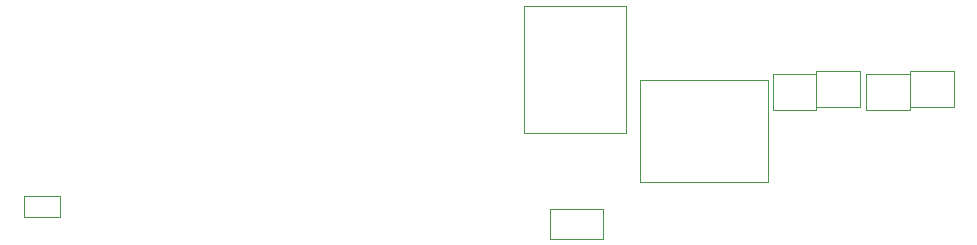
<source format=gbr>
G04 #@! TF.GenerationSoftware,KiCad,Pcbnew,(5.99.0-576-ga860ac506)*
G04 #@! TF.CreationDate,2021-04-05T12:44:30+02:00*
G04 #@! TF.ProjectId,50 pin to 34 pin Floppy Adapter,35302070-696e-4207-946f-203334207069,rev?*
G04 #@! TF.SameCoordinates,Original*
G04 #@! TF.FileFunction,Other,User*
%FSLAX46Y46*%
G04 Gerber Fmt 4.6, Leading zero omitted, Abs format (unit mm)*
G04 Created by KiCad (PCBNEW (5.99.0-576-ga860ac506)) date 2021-04-05 12:44:30*
%MOMM*%
%LPD*%
G04 APERTURE LIST*
%ADD10C,0.050000*%
G04 APERTURE END LIST*
D10*
X89435500Y-39921500D02*
X89435500Y-37421500D01*
X89435500Y-37421500D02*
X84935500Y-37421500D01*
X84935500Y-37421500D02*
X84935500Y-39921500D01*
X84935500Y-39921500D02*
X89435500Y-39921500D01*
X40360000Y-38111000D02*
X43460000Y-38111000D01*
X40360000Y-38111000D02*
X40360000Y-36311000D01*
X43460000Y-36311000D02*
X43460000Y-38111000D01*
X43460000Y-36311000D02*
X40360000Y-36311000D01*
X82758500Y-30990500D02*
X82758500Y-20190500D01*
X82758500Y-20190500D02*
X91358500Y-20190500D01*
X91358500Y-20190500D02*
X91358500Y-30990500D01*
X91358500Y-30990500D02*
X82758500Y-30990500D01*
X111688000Y-25945500D02*
X111688000Y-29045500D01*
X111688000Y-25945500D02*
X115388000Y-25945500D01*
X115388000Y-29045500D02*
X111688000Y-29045500D01*
X115388000Y-29045500D02*
X115388000Y-25945500D01*
X115434500Y-25691500D02*
X115434500Y-28791500D01*
X115434500Y-25691500D02*
X119134500Y-25691500D01*
X119134500Y-28791500D02*
X115434500Y-28791500D01*
X119134500Y-28791500D02*
X119134500Y-25691500D01*
X103380500Y-26497500D02*
X103380500Y-35097500D01*
X92580500Y-26497500D02*
X103380500Y-26497500D01*
X92580500Y-35097500D02*
X92580500Y-26497500D01*
X103380500Y-35097500D02*
X92580500Y-35097500D01*
X107475500Y-29045500D02*
X107475500Y-25945500D01*
X107475500Y-29045500D02*
X103775500Y-29045500D01*
X103775500Y-25945500D02*
X107475500Y-25945500D01*
X103775500Y-25945500D02*
X103775500Y-29045500D01*
X107484000Y-25691500D02*
X107484000Y-28791500D01*
X107484000Y-25691500D02*
X111184000Y-25691500D01*
X111184000Y-28791500D02*
X107484000Y-28791500D01*
X111184000Y-28791500D02*
X111184000Y-25691500D01*
M02*

</source>
